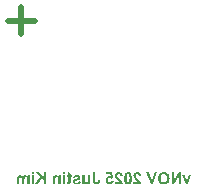
<source format=gbr>
%TF.GenerationSoftware,KiCad,Pcbnew,9.0.3*%
%TF.CreationDate,2025-11-18T21:13:43-05:00*%
%TF.ProjectId,digikey_water-alarm,64696769-6b65-4795-9f77-617465722d61,rev?*%
%TF.SameCoordinates,Original*%
%TF.FileFunction,Legend,Bot*%
%TF.FilePolarity,Positive*%
%FSLAX46Y46*%
G04 Gerber Fmt 4.6, Leading zero omitted, Abs format (unit mm)*
G04 Created by KiCad (PCBNEW 9.0.3) date 2025-11-18 21:13:43*
%MOMM*%
%LPD*%
G01*
G04 APERTURE LIST*
%ADD10C,0.200000*%
%ADD11C,0.500000*%
G04 APERTURE END LIST*
D10*
G36*
X147900130Y-113530000D02*
G01*
X148192489Y-112803133D01*
X147990989Y-112803133D01*
X147854335Y-113174077D01*
X147814706Y-113297969D01*
X147794923Y-113235687D01*
X147774406Y-113174077D01*
X147636409Y-112803133D01*
X147439000Y-112803133D01*
X147727267Y-113530000D01*
X147900130Y-113530000D01*
G37*
G36*
X147318466Y-113530000D02*
G01*
X147318466Y-112525673D01*
X147121728Y-112525673D01*
X146711889Y-113198012D01*
X146711889Y-112525673D01*
X146524005Y-112525673D01*
X146524005Y-113530000D01*
X146726910Y-113530000D01*
X147130643Y-112867674D01*
X147130643Y-113530000D01*
X147318466Y-113530000D01*
G37*
G36*
X145947773Y-112514750D02*
G01*
X146019304Y-112528232D01*
X146082841Y-112549792D01*
X146127807Y-112572533D01*
X146170891Y-112602503D01*
X146212351Y-112640345D01*
X146265225Y-112705381D01*
X146305530Y-112778159D01*
X146329943Y-112849124D01*
X146345679Y-112934196D01*
X146351325Y-113035957D01*
X146345397Y-113133092D01*
X146328533Y-113217686D01*
X146301726Y-113291541D01*
X146265421Y-113356176D01*
X146219495Y-113412763D01*
X146164320Y-113461111D01*
X146102345Y-113498844D01*
X146032609Y-113526385D01*
X145953798Y-113543547D01*
X145864305Y-113549539D01*
X145776061Y-113543552D01*
X145698094Y-113526375D01*
X145628850Y-113498750D01*
X145567059Y-113460814D01*
X145511802Y-113412091D01*
X145465985Y-113355302D01*
X145429694Y-113290201D01*
X145402846Y-113215570D01*
X145385927Y-113129835D01*
X145379972Y-113031133D01*
X145380260Y-113026371D01*
X145588982Y-113026371D01*
X145594726Y-113115450D01*
X145610504Y-113187028D01*
X145634699Y-113244278D01*
X145666530Y-113289787D01*
X145708244Y-113328373D01*
X145754506Y-113355459D01*
X145806274Y-113371910D01*
X145864977Y-113377592D01*
X145923634Y-113371890D01*
X145975577Y-113355349D01*
X146022208Y-113328059D01*
X146064462Y-113289115D01*
X146096905Y-113243151D01*
X146121388Y-113186154D01*
X146137245Y-113115777D01*
X146142986Y-113029118D01*
X146137304Y-112940658D01*
X146121712Y-112869763D01*
X146097838Y-112813231D01*
X146066477Y-112768450D01*
X146025374Y-112730756D01*
X145978893Y-112704055D01*
X145925954Y-112687686D01*
X145864977Y-112681988D01*
X145803893Y-112687646D01*
X145751105Y-112703866D01*
X145704995Y-112730253D01*
X145664453Y-112767412D01*
X145633571Y-112811634D01*
X145610017Y-112867668D01*
X145594607Y-112938166D01*
X145588982Y-113026371D01*
X145380260Y-113026371D01*
X145385983Y-112931580D01*
X145403052Y-112845223D01*
X145430120Y-112770160D01*
X145466689Y-112704785D01*
X145512840Y-112647855D01*
X145568514Y-112598984D01*
X145630685Y-112560941D01*
X145700268Y-112533249D01*
X145778523Y-112516038D01*
X145866992Y-112510041D01*
X145947773Y-112514750D01*
G37*
G36*
X144966530Y-113530000D02*
G01*
X145324467Y-112525673D01*
X145105198Y-112525673D01*
X144851735Y-113268171D01*
X144606516Y-112525673D01*
X144392009Y-112525673D01*
X144750680Y-113530000D01*
X144966530Y-113530000D01*
G37*
G36*
X143294260Y-113350237D02*
G01*
X143294260Y-113530000D01*
X143967088Y-113530000D01*
X143955024Y-113464273D01*
X143933301Y-113400789D01*
X143901509Y-113338941D01*
X143860519Y-113281194D01*
X143791614Y-113203102D01*
X143685659Y-113099460D01*
X143569826Y-112986661D01*
X143526535Y-112935940D01*
X143503846Y-112895058D01*
X143491032Y-112856266D01*
X143486906Y-112818764D01*
X143491163Y-112777427D01*
X143502889Y-112745319D01*
X143521406Y-112720334D01*
X143546393Y-112701704D01*
X143577572Y-112690069D01*
X143616721Y-112685896D01*
X143655266Y-112690208D01*
X143686601Y-112702366D01*
X143712342Y-112722105D01*
X143731219Y-112748601D01*
X143745335Y-112787285D01*
X143753314Y-112842212D01*
X143944556Y-112823100D01*
X143930032Y-112743903D01*
X143906731Y-112681419D01*
X143875774Y-112632533D01*
X143837334Y-112594916D01*
X143790752Y-112565306D01*
X143738366Y-112543757D01*
X143679165Y-112530351D01*
X143611898Y-112525673D01*
X143538029Y-112531230D01*
X143475864Y-112546875D01*
X143423364Y-112571638D01*
X143378951Y-112605357D01*
X143341685Y-112647901D01*
X143315539Y-112694455D01*
X143299705Y-112745897D01*
X143294260Y-112803499D01*
X143300360Y-112869506D01*
X143318501Y-112931849D01*
X143348551Y-112992070D01*
X143395376Y-113059466D01*
X143438297Y-113107424D01*
X143521039Y-113186838D01*
X143636139Y-113297114D01*
X143675401Y-113350237D01*
X143294260Y-113350237D01*
G37*
G36*
X142911324Y-112532526D02*
G01*
X142971436Y-112552045D01*
X143022909Y-112583680D01*
X143067175Y-112628255D01*
X143098962Y-112677386D01*
X143125718Y-112739807D01*
X143146654Y-112818210D01*
X143160494Y-112915732D01*
X143165544Y-113035896D01*
X143160741Y-113160203D01*
X143147752Y-113258318D01*
X143128437Y-113334643D01*
X143104238Y-113393100D01*
X143076090Y-113437065D01*
X143027294Y-113486676D01*
X142972670Y-113521295D01*
X142911011Y-113542280D01*
X142840396Y-113549539D01*
X142769434Y-113542684D01*
X142709303Y-113523164D01*
X142657821Y-113491529D01*
X142613555Y-113446957D01*
X142581802Y-113397847D01*
X142555051Y-113335342D01*
X142534103Y-113256713D01*
X142520246Y-113158779D01*
X142515186Y-113037972D01*
X142716015Y-113037972D01*
X142722053Y-113201199D01*
X142735799Y-113287650D01*
X142755438Y-113338913D01*
X142778236Y-113367151D01*
X142807456Y-113383786D01*
X142840396Y-113389316D01*
X142873259Y-113383862D01*
X142902189Y-113367517D01*
X142917284Y-113350830D01*
X142932333Y-113322997D01*
X142946946Y-113279834D01*
X142959167Y-113200266D01*
X142964715Y-113037972D01*
X142958688Y-112874611D01*
X142944931Y-112787562D01*
X142925305Y-112736292D01*
X142902555Y-112708061D01*
X142873293Y-112691421D01*
X142840396Y-112685896D01*
X142807506Y-112691435D01*
X142778541Y-112708061D01*
X142755887Y-112737287D01*
X142733784Y-112796111D01*
X142721565Y-112875632D01*
X142716015Y-113037972D01*
X142515186Y-113037972D01*
X142520235Y-112916670D01*
X142534044Y-112818649D01*
X142554880Y-112740242D01*
X142581431Y-112678180D01*
X142612883Y-112629659D01*
X142657555Y-112584386D01*
X142709303Y-112552328D01*
X142769532Y-112532592D01*
X142840396Y-112525673D01*
X142911324Y-112532526D01*
G37*
G36*
X141738921Y-113350237D02*
G01*
X141738921Y-113530000D01*
X142411749Y-113530000D01*
X142399685Y-113464273D01*
X142377963Y-113400789D01*
X142346170Y-113338941D01*
X142305180Y-113281194D01*
X142236275Y-113203102D01*
X142130321Y-113099460D01*
X142014488Y-112986661D01*
X141971196Y-112935940D01*
X141948508Y-112895058D01*
X141935694Y-112856266D01*
X141931568Y-112818764D01*
X141935825Y-112777427D01*
X141947550Y-112745319D01*
X141966067Y-112720334D01*
X141991055Y-112701704D01*
X142022233Y-112690069D01*
X142061383Y-112685896D01*
X142099927Y-112690208D01*
X142131263Y-112702366D01*
X142157004Y-112722105D01*
X142175880Y-112748601D01*
X142189997Y-112787285D01*
X142197976Y-112842212D01*
X142389218Y-112823100D01*
X142374694Y-112743903D01*
X142351392Y-112681419D01*
X142320435Y-112632533D01*
X142281995Y-112594916D01*
X142235414Y-112565306D01*
X142183028Y-112543757D01*
X142123826Y-112530351D01*
X142056559Y-112525673D01*
X141982691Y-112531230D01*
X141920525Y-112546875D01*
X141868025Y-112571638D01*
X141823613Y-112605357D01*
X141786346Y-112647901D01*
X141760201Y-112694455D01*
X141744366Y-112745897D01*
X141738921Y-112803499D01*
X141745022Y-112869506D01*
X141763162Y-112931849D01*
X141793212Y-112992070D01*
X141840038Y-113059466D01*
X141882959Y-113107424D01*
X141965701Y-113186838D01*
X142080800Y-113297114D01*
X142120062Y-113350237D01*
X141738921Y-113350237D01*
G37*
G36*
X141606786Y-113276231D02*
G01*
X141415483Y-113256448D01*
X141406041Y-113297945D01*
X141389823Y-113331745D01*
X141367001Y-113359274D01*
X141338358Y-113380535D01*
X141307684Y-113392951D01*
X141274066Y-113397131D01*
X141236309Y-113391638D01*
X141202837Y-113375328D01*
X141172339Y-113347001D01*
X141150536Y-113311098D01*
X141136058Y-113262025D01*
X141130635Y-113195753D01*
X141135965Y-113133845D01*
X141150262Y-113087736D01*
X141171973Y-113053726D01*
X141202226Y-113027449D01*
X141237547Y-113011777D01*
X141279562Y-113006343D01*
X141318892Y-113010764D01*
X141356196Y-113024032D01*
X141392318Y-113046812D01*
X141427817Y-113080593D01*
X141583583Y-113057695D01*
X141485214Y-112537397D01*
X140977616Y-112537397D01*
X140977616Y-112717159D01*
X141339706Y-112717159D01*
X141369748Y-112885687D01*
X141326059Y-112867863D01*
X141282499Y-112857398D01*
X141238590Y-112853935D01*
X141176680Y-112859907D01*
X141120763Y-112877369D01*
X141069526Y-112906378D01*
X141022069Y-112947969D01*
X140983850Y-112997436D01*
X140956294Y-113053672D01*
X140939203Y-113117966D01*
X140933225Y-113192028D01*
X140937813Y-113253612D01*
X140951292Y-113310860D01*
X140973563Y-113364572D01*
X141004972Y-113415389D01*
X141047481Y-113464062D01*
X141094995Y-113501082D01*
X141148151Y-113527570D01*
X141208043Y-113543873D01*
X141276142Y-113549539D01*
X141345061Y-113544490D01*
X141404765Y-113530104D01*
X141456765Y-113507075D01*
X141502250Y-113475472D01*
X141541221Y-113435659D01*
X141571454Y-113389829D01*
X141593373Y-113337107D01*
X141606786Y-113276231D01*
G37*
G36*
X140039296Y-112525673D02*
G01*
X139837796Y-112525673D01*
X139837796Y-113162903D01*
X139840738Y-113246850D01*
X139848495Y-113309547D01*
X139859656Y-113355183D01*
X139884605Y-113410044D01*
X139919833Y-113456759D01*
X139966207Y-113496355D01*
X140020153Y-113524756D01*
X140086974Y-113542962D01*
X140169783Y-113549539D01*
X140243482Y-113543690D01*
X140304627Y-113527299D01*
X140355525Y-113501417D01*
X140397906Y-113466130D01*
X140431213Y-113422400D01*
X140456208Y-113368532D01*
X140472421Y-113302392D01*
X140478506Y-113221277D01*
X140287936Y-113201737D01*
X140282737Y-113259551D01*
X140273829Y-113298513D01*
X140262657Y-113323553D01*
X140237009Y-113353571D01*
X140204527Y-113371338D01*
X140162944Y-113377592D01*
X140119686Y-113372640D01*
X140088913Y-113359392D01*
X140067323Y-113338757D01*
X140053858Y-113310517D01*
X140043556Y-113260147D01*
X140039296Y-113177313D01*
X140039296Y-112525673D01*
G37*
G36*
X139146833Y-113530000D02*
G01*
X139146833Y-113421372D01*
X139175860Y-113457352D01*
X139210422Y-113488302D01*
X139251064Y-113514490D01*
X139295161Y-113534058D01*
X139340374Y-113545658D01*
X139387290Y-113549539D01*
X139435207Y-113545818D01*
X139478688Y-113534989D01*
X139518510Y-113517238D01*
X139553976Y-113492520D01*
X139581724Y-113462467D01*
X139602529Y-113426502D01*
X139615973Y-113386592D01*
X139625078Y-113333783D01*
X139628480Y-113264996D01*
X139628480Y-112803133D01*
X139436505Y-112803133D01*
X139436505Y-113137745D01*
X139432871Y-113276967D01*
X139425942Y-113325935D01*
X139410867Y-113357132D01*
X139387351Y-113380828D01*
X139356564Y-113395699D01*
X139316277Y-113401039D01*
X139269432Y-113394212D01*
X139228166Y-113373989D01*
X139195001Y-113343170D01*
X139174860Y-113306762D01*
X139165329Y-113252469D01*
X139160511Y-113110329D01*
X139160511Y-112803133D01*
X138968536Y-112803133D01*
X138968536Y-113530000D01*
X139146833Y-113530000D01*
G37*
G36*
X138837133Y-113322882D02*
G01*
X138644487Y-113299434D01*
X138632995Y-113334665D01*
X138616363Y-113362391D01*
X138594661Y-113383942D01*
X138568073Y-113399205D01*
X138533705Y-113409124D01*
X138489453Y-113412763D01*
X138440359Y-113409098D01*
X138403983Y-113399347D01*
X138377407Y-113384797D01*
X138358491Y-113362035D01*
X138352128Y-113332468D01*
X138355646Y-113311732D01*
X138365806Y-113295404D01*
X138385200Y-113283557D01*
X138429980Y-113269576D01*
X138587746Y-113229434D01*
X138678471Y-113198152D01*
X138724415Y-113174321D01*
X138762495Y-113141231D01*
X138788922Y-113103386D01*
X138804942Y-113059856D01*
X138810511Y-113009030D01*
X138805814Y-112963005D01*
X138792071Y-112921573D01*
X138769151Y-112883675D01*
X138736078Y-112848623D01*
X138697590Y-112822211D01*
X138648075Y-112801898D01*
X138584966Y-112788508D01*
X138505146Y-112783593D01*
X138428280Y-112787409D01*
X138367631Y-112797752D01*
X138320321Y-112813254D01*
X138283862Y-112832991D01*
X138241306Y-112870333D01*
X138208119Y-112918316D01*
X138184089Y-112978988D01*
X138365073Y-113014159D01*
X138382308Y-112973394D01*
X138409159Y-112944549D01*
X138432052Y-112931830D01*
X138462233Y-112923465D01*
X138501727Y-112920369D01*
X138552371Y-112923393D01*
X138587223Y-112931130D01*
X138610354Y-112942046D01*
X138626878Y-112959885D01*
X138632213Y-112981796D01*
X138627608Y-113000888D01*
X138613101Y-113017456D01*
X138571231Y-113035910D01*
X138433766Y-113072655D01*
X138331889Y-113101487D01*
X138263300Y-113130680D01*
X138219626Y-113159361D01*
X138186748Y-113197546D01*
X138166626Y-113244745D01*
X138159481Y-113303709D01*
X138164625Y-113352052D01*
X138179820Y-113396408D01*
X138205447Y-113437847D01*
X138242829Y-113477060D01*
X138285983Y-113506886D01*
X138339845Y-113529500D01*
X138406726Y-113544202D01*
X138489453Y-113549539D01*
X138564431Y-113545160D01*
X138627329Y-113532922D01*
X138680025Y-113513858D01*
X138724110Y-113488539D01*
X138763710Y-113455174D01*
X138795416Y-113416844D01*
X138819842Y-113373030D01*
X138837133Y-113322882D01*
G37*
G36*
X137659150Y-112803133D02*
G01*
X137659150Y-112955540D01*
X137790308Y-112955540D01*
X137790308Y-113250708D01*
X137786584Y-113355183D01*
X137780493Y-113368613D01*
X137769487Y-113379668D01*
X137755025Y-113386809D01*
X137737002Y-113389316D01*
X137707889Y-113385513D01*
X137659822Y-113370875D01*
X137643457Y-113520657D01*
X137688916Y-113536400D01*
X137739219Y-113546157D01*
X137795132Y-113549539D01*
X137845278Y-113544992D01*
X137888738Y-113531953D01*
X137925949Y-113510954D01*
X137949860Y-113486463D01*
X137965685Y-113455356D01*
X137976788Y-113411053D01*
X137980979Y-113368756D01*
X137982955Y-113274583D01*
X137982955Y-112955540D01*
X138071065Y-112955540D01*
X138071065Y-112803133D01*
X137982955Y-112803133D01*
X137982955Y-112662449D01*
X137790308Y-112549120D01*
X137790308Y-112803133D01*
X137659150Y-112803133D01*
G37*
G36*
X137525793Y-112701528D02*
G01*
X137525793Y-112525673D01*
X137333879Y-112525673D01*
X137333879Y-112701528D01*
X137525793Y-112701528D01*
G37*
G36*
X137525793Y-113530000D02*
G01*
X137525793Y-112803133D01*
X137333879Y-112803133D01*
X137333879Y-113530000D01*
X137525793Y-113530000D01*
G37*
G36*
X136477076Y-113530000D02*
G01*
X136669050Y-113530000D01*
X136669050Y-113157957D01*
X136673089Y-113050138D01*
X136681385Y-113005244D01*
X136697726Y-112974126D01*
X136721318Y-112951327D01*
X136751194Y-112937079D01*
X136787936Y-112932093D01*
X136835394Y-112939019D01*
X136877390Y-112959570D01*
X136910829Y-112991512D01*
X136931734Y-113032294D01*
X136941805Y-113087163D01*
X136946388Y-113199783D01*
X136946388Y-113530000D01*
X137138363Y-113530000D01*
X137138363Y-112803133D01*
X136960066Y-112803133D01*
X136960066Y-112909684D01*
X136918579Y-112862820D01*
X136874495Y-112827849D01*
X136827406Y-112803364D01*
X136776567Y-112788622D01*
X136720952Y-112783593D01*
X136659460Y-112789492D01*
X136604876Y-112806613D01*
X136557398Y-112833758D01*
X136525252Y-112865415D01*
X136502461Y-112903351D01*
X136487700Y-112946503D01*
X136480153Y-112996755D01*
X136477076Y-113076379D01*
X136477076Y-113530000D01*
G37*
G36*
X135889183Y-113530000D02*
G01*
X135889183Y-112525673D01*
X135687011Y-112525673D01*
X135687011Y-112969279D01*
X135278515Y-112525673D01*
X135006612Y-112525673D01*
X135383722Y-112916095D01*
X134986095Y-113530000D01*
X135247740Y-113530000D01*
X135523063Y-113059405D01*
X135687011Y-113227260D01*
X135687011Y-113530000D01*
X135889183Y-113530000D01*
G37*
G36*
X134883086Y-112701528D02*
G01*
X134883086Y-112525673D01*
X134691172Y-112525673D01*
X134691172Y-112701528D01*
X134883086Y-112701528D01*
G37*
G36*
X134883086Y-113530000D02*
G01*
X134883086Y-112803133D01*
X134691172Y-112803133D01*
X134691172Y-113530000D01*
X134883086Y-113530000D01*
G37*
G36*
X134508600Y-112803133D02*
G01*
X134331707Y-112803133D01*
X134331707Y-112902173D01*
X134279789Y-112848446D01*
X134225497Y-112812093D01*
X134167931Y-112790768D01*
X134105600Y-112783593D01*
X134059867Y-112787017D01*
X134019862Y-112796819D01*
X133984638Y-112812597D01*
X133953119Y-112834734D01*
X133925176Y-112863675D01*
X133900619Y-112900341D01*
X133849678Y-112847975D01*
X133797487Y-112812597D01*
X133740279Y-112790853D01*
X133679274Y-112783593D01*
X133626834Y-112787516D01*
X133582195Y-112798613D01*
X133544024Y-112816261D01*
X133510502Y-112841171D01*
X133483071Y-112872814D01*
X133461348Y-112912126D01*
X133447494Y-112966234D01*
X133441564Y-113063312D01*
X133441564Y-113530000D01*
X133633539Y-113530000D01*
X133633539Y-113113321D01*
X133636641Y-113039494D01*
X133644011Y-112996217D01*
X133653323Y-112973309D01*
X133674007Y-112950630D01*
X133700682Y-112936962D01*
X133735327Y-112932093D01*
X133774097Y-112938165D01*
X133811165Y-112956823D01*
X133841217Y-112986568D01*
X133862395Y-113029241D01*
X133873402Y-113083867D01*
X133878087Y-113179877D01*
X133878087Y-113530000D01*
X134070062Y-113530000D01*
X134070062Y-113130479D01*
X134073430Y-113033339D01*
X134080321Y-112993215D01*
X134093838Y-112965649D01*
X134112133Y-112947236D01*
X134136195Y-112936220D01*
X134170507Y-112932093D01*
X134212853Y-112938158D01*
X134250436Y-112956151D01*
X134280582Y-112984997D01*
X134301360Y-113025455D01*
X134312041Y-113078245D01*
X134316687Y-113175786D01*
X134316687Y-113530000D01*
X134508600Y-113530000D01*
X134508600Y-112803133D01*
G37*
D11*
X133788000Y-98540832D02*
X133788000Y-100826547D01*
X134930857Y-99683689D02*
X132645142Y-99683689D01*
M02*

</source>
